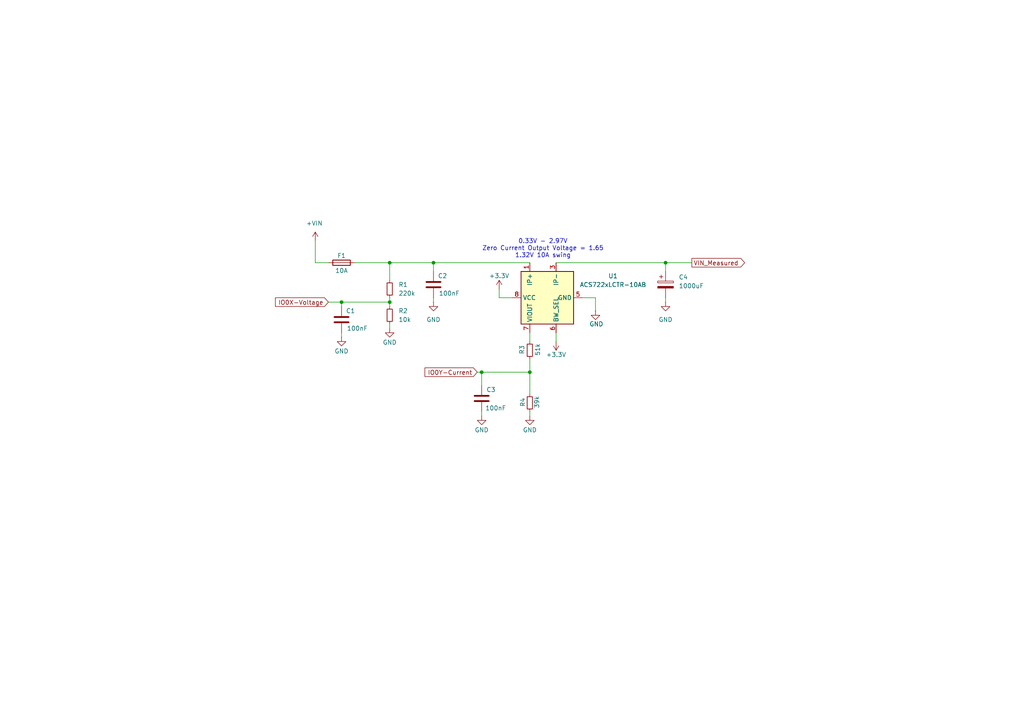
<source format=kicad_sch>
(kicad_sch (version 20231120) (generator "eeschema") (generator_version "8.0")
  (paper "A4")
  (lib_symbols
    (symbol "Device:C" (pin_numbers hide) (pin_names (offset 0.254))
      (property "Reference" "C" (at 0.635 2.54 0))
      (property "Value" "C" (at 0.635 -2.54 0))
      (symbol "C_0_1"
        (polyline (pts (xy -2.032 -0.762) (xy 2.032 -0.762)) (stroke (width 0.508)))
        (polyline (pts (xy -2.032 0.762) (xy 2.032 0.762)) (stroke (width 0.508)))
      )
      (symbol "C_1_1"
        (pin passive line (at 0 3.81 270) (length 2.794) (name "~") (number "1"))
        (pin passive line (at 0 -3.81 90) (length 2.794) (name "~") (number "2"))
      )
    )
    (symbol "Device:C_Polarized" (pin_numbers hide) (pin_names (offset 0.254))
      (property "Reference" "C" (at 0.635 2.54 0))
      (property "Value" "C_Polarized" (at 0.635 -2.54 0))
      (symbol "C_Polarized_0_1"
        (rectangle (start -2.286 0.508) (end 2.286 1.016))
        (polyline (pts (xy -1.778 2.286) (xy -0.762 2.286)))
        (polyline (pts (xy -1.27 2.794) (xy -1.27 1.778)))
        (rectangle (start 2.286 -0.508) (end -2.286 -1.016) (fill (type outline)))
      )
      (symbol "C_Polarized_1_1"
        (pin passive line (at 0 3.81 270) (length 2.794) (name "~") (number "1"))
        (pin passive line (at 0 -3.81 90) (length 2.794) (name "~") (number "2"))
      )
    )
    (symbol "Device:Fuse" (pin_numbers hide) (pin_names (offset 0))
      (property "Reference" "F" (at 2.032 0 90))
      (property "Value" "Fuse" (at -1.905 0 90))
      (symbol "Fuse_0_1"
        (rectangle (start -0.762 -2.54) (end 0.762 2.54) (stroke (width 0.254)))
        (polyline (pts (xy 0 2.54) (xy 0 -2.54)))
      )
      (symbol "Fuse_1_1"
        (pin passive line (at 0 3.81 270) (length 1.27) (name "~") (number "1"))
        (pin passive line (at 0 -3.81 90) (length 1.27) (name "~") (number "2"))
      )
    )
    (symbol "Device:R_Small" (pin_numbers hide) (pin_names (offset 0.254) hide)
      (property "Reference" "R" (at 0.762 0.508 0))
      (property "Value" "R_Small" (at 0.762 -1.016 0))
      (symbol "R_Small_0_1"
        (rectangle (start -0.762 1.778) (end 0.762 -1.778) (stroke (width 0.2032)))
      )
      (symbol "R_Small_1_1"
        (pin passive line (at 0 2.54 270) (length 0.762) (name "~") (number "1"))
        (pin passive line (at 0 -2.54 90) (length 0.762) (name "~") (number "2"))
      )
    )
    (symbol "Sensor_Current:ACS722xLCTR-10AB"
      (property "Reference" "U" (at 2.54 11.43 0))
      (property "Value" "ACS722xLCTR-10AB" (at 2.54 8.89 0))
      (symbol "ACS722xLCTR-10AB_0_1"
        (rectangle (start -7.62 7.62) (end 7.62 -7.62) (stroke (width 0.254)) (fill (type background)))
      )
      (symbol "ACS722xLCTR-10AB_1_1"
        (pin passive line (at -10.16 5.08 0) (length 2.54) (name "IP+") (number "1"))
        (pin passive line (at -10.16 5.08 0) (length 2.54) hide (name "IP+") (number "2"))
        (pin passive line (at -10.16 -2.54 0) (length 2.54) (name "IP-") (number "3"))
        (pin passive line (at -10.16 -2.54 0) (length 2.54) hide (name "IP-") (number "4"))
        (pin power_in line (at 0 -10.16 90) (length 2.54) (name "GND") (number "5"))
        (pin input line (at 10.16 -2.54 180) (length 2.54) (name "BW_SEL") (number "6"))
        (pin output line (at 10.16 5.08 180) (length 2.54) (name "VIOUT") (number "7"))
        (pin power_in line (at 0 10.16 270) (length 2.54) (name "VCC") (number "8"))
      )
    )
    (symbol "power:+12V" (power) (pin_numbers hide) (pin_names (offset 0) hide)
      (property "Value" "+12V" (at 0 3.556 0))
      (symbol "+12V_0_1"
        (polyline (pts (xy -0.762 1.27) (xy 0 2.54)))
        (polyline (pts (xy 0 0) (xy 0 2.54)))
        (polyline (pts (xy 0 2.54) (xy 0.762 1.27)))
      )
      (symbol "+12V_1_1"
        (pin power_in line (at 0 0 90) (length 0) (name "~") (number "1"))
      )
    )
    (symbol "power:+3.3V" (power) (pin_numbers hide) (pin_names (offset 0) hide)
      (property "Value" "+3.3V" (at 0 3.556 0))
      (symbol "+3.3V_0_1"
        (polyline (pts (xy -0.762 1.27) (xy 0 2.54)))
        (polyline (pts (xy 0 0) (xy 0 2.54)))
        (polyline (pts (xy 0 2.54) (xy 0.762 1.27)))
      )
      (symbol "+3.3V_1_1"
        (pin power_in line (at 0 0 90) (length 0) (name "~") (number "1"))
      )
    )
    (symbol "power:GND" (power) (pin_numbers hide) (pin_names (offset 0) hide)
      (property "Value" "GND" (at 0 -3.81 0))
      (symbol "GND_0_1"
        (polyline (pts (xy 0 0) (xy 0 -1.27) (xy 1.27 -1.27) (xy 0 -2.54) (xy -1.27 -1.27) (xy 0 -1.27)))
      )
      (symbol "GND_1_1"
        (pin power_in line (at 0 0 270) (length 0) (name "~") (number "1"))
      )
    )
  )
  (junction (at 153.67 107.95))
  (junction (at 113.03 76.2))
  (junction (at 193.04 76.2))
  (junction (at 125.73 76.2))
  (junction (at 113.03 87.63))
  (junction (at 139.7 107.95))
  (junction (at 99.06 87.63))
  (wire (pts (xy 91.44 76.2) (xy 95.25 76.2)))
  (wire (pts (xy 193.04 76.2) (xy 193.04 78.74)))
  (wire (pts (xy 125.73 76.2) (xy 153.67 76.2)))
  (wire (pts (xy 113.03 93.98) (xy 113.03 95.25)))
  (wire (pts (xy 139.7 111.76) (xy 139.7 107.95)))
  (wire (pts (xy 125.73 87.63) (xy 125.73 86.36)))
  (wire (pts (xy 113.03 87.63) (xy 113.03 88.9)))
  (wire (pts (xy 193.04 76.2) (xy 200.66 76.2)))
  (wire (pts (xy 193.04 87.63) (xy 193.04 86.36)))
  (wire (pts (xy 99.06 88.9) (xy 99.06 87.63)))
  (wire (pts (xy 168.91 86.36) (xy 172.72 86.36)))
  (wire (pts (xy 144.78 86.36) (xy 144.78 83.82)))
  (wire (pts (xy 91.44 69.85) (xy 91.44 76.2)))
  (wire (pts (xy 161.29 76.2) (xy 193.04 76.2)))
  (wire (pts (xy 139.7 119.38) (xy 139.7 120.65)))
  (wire (pts (xy 144.78 86.36) (xy 148.59 86.36)))
  (wire (pts (xy 125.73 76.2) (xy 125.73 78.74)))
  (wire (pts (xy 138.43 107.95) (xy 139.7 107.95)))
  (wire (pts (xy 139.7 107.95) (xy 153.67 107.95)))
  (wire (pts (xy 153.67 120.65) (xy 153.67 119.38)))
  (wire (pts (xy 113.03 76.2) (xy 125.73 76.2)))
  (wire (pts (xy 99.06 87.63) (xy 113.03 87.63)))
  (wire (pts (xy 153.67 114.3) (xy 153.67 107.95)))
  (wire (pts (xy 113.03 76.2) (xy 113.03 81.28)))
  (wire (pts (xy 99.06 96.52) (xy 99.06 97.79)))
  (wire (pts (xy 95.25 87.63) (xy 99.06 87.63)))
  (wire (pts (xy 113.03 86.36) (xy 113.03 87.63)))
  (wire (pts (xy 153.67 96.52) (xy 153.67 99.06)))
  (wire (pts (xy 153.67 104.14) (xy 153.67 107.95)))
  (wire (pts (xy 102.87 76.2) (xy 113.03 76.2)))
  (wire (pts (xy 172.72 86.36) (xy 172.72 90.17)))
  (wire (pts (xy 161.29 96.52) (xy 161.29 99.06)))
  (text "0.33V - 2.97V\nZero Current Output Voltage = 1.65\n1.32V 10A swing" (at 157.48 72.136 0) (effects (font (size 1.27 1.27))))
  (global_label "IO0X-Voltage" (shape input) (at 95.25 87.63 180) (property "Intersheetrefs" "${INTERSHEET_REFS}" (effects (hide yes))))
  (global_label "VIN_Measured" (shape output) (at 200.66 76.2 0) (property "Intersheetrefs" "${INTERSHEET_REFS}" (effects (hide yes))))
  (global_label "IO0Y-Current" (shape input) (at 138.43 107.95 180) (property "Intersheetrefs" "${INTERSHEET_REFS}" (effects (hide yes))))
  (symbol (lib_id "power:GND") (at 139.7 120.65 0) (mirror y) (unit 1)
    (property "Reference" "#PWR05" (effects (hide yes)))
    (property "Value" "GND" (at 139.7 124.714 0))
    (property "Description" "Power symbol creates a global label with name \"GND\" , ground" (effects (hide yes)))
  )
  (symbol (lib_id "power:GND") (at 125.73 87.63 0) (unit 1)
    (property "Reference" "#PWR04" (effects (hide yes)))
    (property "Value" "GND" (at 125.73 92.71 0))
    (property "Description" "Power symbol creates a global label with name \"GND\" , ground" (effects (hide yes)))
  )
  (symbol (lib_id "power:GND") (at 193.04 87.63 0) (unit 1)
    (property "Reference" "#PWR010" (effects (hide yes)))
    (property "Value" "GND" (at 193.04 92.71 0))
    (property "Description" "Power symbol creates a global label with name \"GND\" , ground" (effects (hide yes)))
  )
  (symbol (lib_id "power:+12V") (at 91.44 69.85 0) (unit 1)
    (property "Reference" "#PWR01" (effects (hide yes)))
    (property "Value" "+VIN" (at 91.186 64.77 0))
    (property "Description" "Power symbol creates a global label with name \"+12V\"" (effects (hide yes)))
  )
  (symbol (lib_id "Sensor_Current:ACS722xLCTR-10AB") (at 158.75 86.36 90) (mirror x) (unit 1)
    (property "Reference" "U1" (at 177.8 80.0414 90))
    (property "Value" "ACS722xLCTR-10AB" (at 177.8 82.5814 90))
    (property "Footprint" "Package_SO:SOIC-8_3.9x4.9mm_P1.27mm" (effects (hide yes)))
    (property "Datasheet" "http://www.allegromicro.com/~/media/Files/Datasheets/ACS722-Datasheet.ashx?la=en" (effects (hide yes)))
    (property "Description" "±10A Bidirectional Hall-Effect Current Sensor, +3.3V supply, 132mV/A, SOIC-8" (effects (hide yes)))
  )
  (symbol (lib_id "Device:C") (at 125.73 82.55 0) (unit 1)
    (property "Reference" "C2" (at 127 80.01 0) (effects (justify left)))
    (property "Value" "100nF" (at 127.254 85.09 0) (effects (justify left)))
    (property "Footprint" "Capacitor_SMD:C_0805_2012Metric_Pad1.18x1.45mm_HandSolder" (effects (hide yes)))
    (property "Description" "Unpolarized capacitor" (effects (hide yes)))
  )
  (symbol (lib_id "power:+3.3V") (at 144.78 83.82 0) (unit 1)
    (property "Reference" "#PWR06" (effects (hide yes)))
    (property "Value" "+3.3V" (at 144.78 80.01 0))
    (property "Description" "Power symbol creates a global label with name \"+3.3V\"" (effects (hide yes)))
  )
  (symbol (lib_id "Device:C_Polarized") (at 193.04 82.55 0) (unit 1)
    (property "Reference" "C4" (at 196.85 80.3909 0) (effects (justify left)))
    (property "Value" "1000uF" (at 196.85 82.9309 0) (effects (justify left)))
    (property "Footprint" "Capacitor_THT:CP_Radial_D10.0mm_P5.00mm" (effects (hide yes)))
    (property "Description" "Polarized capacitor" (effects (hide yes)))
  )
  (symbol (lib_id "Device:Fuse") (at 99.06 76.2 90) (unit 1)
    (property "Reference" "F1" (at 99.06 74.168 90))
    (property "Value" "10A" (at 99.06 78.486 90))
    (property "Footprint" "Fuse:Fuseholder_Littelfuse_Nano2_154x" (effects (hide yes)))
    (property "Description" "Fuse" (effects (hide yes)))
    (property "Can be found at" "https://www.digikey.cz/cs/products/detail/littelfuse-inc/0154010-DR/552684" (effects (hide yes)))
  )
  (symbol (lib_id "power:GND") (at 99.06 97.79 0) (unit 1)
    (property "Reference" "#PWR02" (effects (hide yes)))
    (property "Value" "GND" (at 99.06 101.854 0))
    (property "Description" "Power symbol creates a global label with name \"GND\" , ground" (effects (hide yes)))
  )
  (symbol (lib_id "Device:R_Small") (at 113.03 91.44 0) (mirror y) (unit 1)
    (property "Reference" "R2" (at 115.57 90.1699 0) (effects (justify right)))
    (property "Value" "10k" (at 115.57 92.7099 0) (effects (justify right)))
    (property "Footprint" "Resistor_SMD:R_0805_2012Metric_Pad1.20x1.40mm_HandSolder" (effects (hide yes)))
    (property "Description" "Resistor, small symbol" (effects (hide yes)))
  )
  (symbol (lib_id "Device:R_Small") (at 153.67 116.84 0) (mirror y) (unit 1)
    (property "Reference" "R4" (at 151.638 115.316 90) (effects (justify right)))
    (property "Value" "39k" (at 155.702 114.808 90) (effects (justify right)))
    (property "Footprint" "Resistor_SMD:R_0805_2012Metric_Pad1.20x1.40mm_HandSolder" (effects (hide yes)))
    (property "Description" "Resistor, small symbol" (effects (hide yes)))
  )
  (symbol (lib_id "Device:R_Small") (at 113.03 83.82 0) (mirror y) (unit 1)
    (property "Reference" "R1" (at 115.57 82.5499 0) (effects (justify right)))
    (property "Value" "220k" (at 115.57 85.0899 0) (effects (justify right)))
    (property "Footprint" "Resistor_SMD:R_0805_2012Metric_Pad1.20x1.40mm_HandSolder" (effects (hide yes)))
    (property "Description" "Resistor, small symbol" (effects (hide yes)))
  )
  (symbol (lib_id "power:GND") (at 172.72 90.17 0) (unit 1)
    (property "Reference" "#PWR09" (effects (hide yes)))
    (property "Value" "GND" (at 172.974 93.98 0))
    (property "Description" "Power symbol creates a global label with name \"GND\" , ground" (effects (hide yes)))
  )
  (symbol (lib_id "power:+3.3V") (at 161.29 99.06 180) (unit 1)
    (property "Reference" "#PWR08" (effects (hide yes)))
    (property "Value" "+3.3V" (at 161.29 102.87 0))
    (property "Description" "Power symbol creates a global label with name \"+3.3V\"" (effects (hide yes)))
  )
  (symbol (lib_id "Device:R_Small") (at 153.67 101.6 0) (mirror y) (unit 1)
    (property "Reference" "R3" (at 151.384 100.076 90) (effects (justify right)))
    (property "Value" "51k" (at 155.956 99.568 90) (effects (justify right)))
    (property "Footprint" "Resistor_SMD:R_0805_2012Metric_Pad1.20x1.40mm_HandSolder" (effects (hide yes)))
    (property "Description" "Resistor, small symbol" (effects (hide yes)))
  )
  (symbol (lib_id "power:GND") (at 113.03 95.25 0) (unit 1)
    (property "Reference" "#PWR03" (effects (hide yes)))
    (property "Value" "GND" (at 113.03 99.314 0))
    (property "Description" "Power symbol creates a global label with name \"GND\" , ground" (effects (hide yes)))
  )
  (symbol (lib_id "Device:C") (at 139.7 115.57 0) (mirror y) (unit 1)
    (property "Reference" "C3" (at 143.764 113.03 0) (effects (justify left)))
    (property "Value" "100nF" (at 146.812 118.364 0) (effects (justify left)))
    (property "Footprint" "Capacitor_SMD:C_0805_2012Metric_Pad1.18x1.45mm_HandSolder" (effects (hide yes)))
    (property "Description" "Unpolarized capacitor" (effects (hide yes)))
  )
  (symbol (lib_id "Device:C") (at 99.06 92.71 0) (unit 1)
    (property "Reference" "C1" (at 100.33 90.17 0) (effects (justify left)))
    (property "Value" "100nF" (at 100.584 95.25 0) (effects (justify left)))
    (property "Footprint" "Capacitor_SMD:C_0805_2012Metric_Pad1.18x1.45mm_HandSolder" (effects (hide yes)))
    (property "Description" "Unpolarized capacitor" (effects (hide yes)))
  )
  (symbol (lib_id "power:GND") (at 153.67 120.65 0) (unit 1)
    (property "Reference" "#PWR07" (effects (hide yes)))
    (property "Value" "GND" (at 153.67 124.714 0))
    (property "Description" "Power symbol creates a global label with name \"GND\" , ground" (effects (hide yes)))
  )
)
</source>
